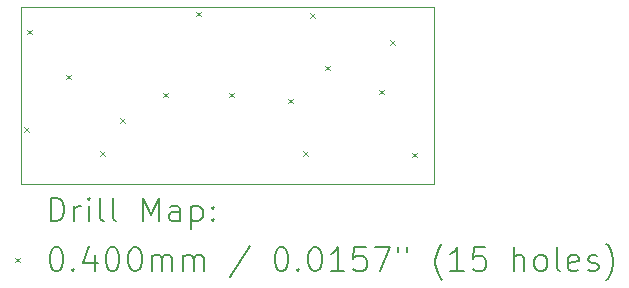
<source format=gbr>
%TF.GenerationSoftware,KiCad,Pcbnew,7.0.7*%
%TF.CreationDate,2023-08-25T11:05:27-04:00*%
%TF.ProjectId,CrystalFilter4thOrder,43727973-7461-46c4-9669-6c7465723474,rev?*%
%TF.SameCoordinates,PX7ed6b40PY4a62f80*%
%TF.FileFunction,Drillmap*%
%TF.FilePolarity,Positive*%
%FSLAX45Y45*%
G04 Gerber Fmt 4.5, Leading zero omitted, Abs format (unit mm)*
G04 Created by KiCad (PCBNEW 7.0.7) date 2023-08-25 11:05:27*
%MOMM*%
%LPD*%
G01*
G04 APERTURE LIST*
%ADD10C,0.100000*%
%ADD11C,0.200000*%
%ADD12C,0.040000*%
G04 APERTURE END LIST*
D10*
X0Y-1500000D02*
X0Y0D01*
X3500000Y0D02*
X3500000Y-1500000D01*
X0Y0D02*
X3500000Y0D01*
X3500000Y-1500000D02*
X0Y-1500000D01*
D11*
D12*
X27700Y-1019200D02*
X67700Y-1059200D01*
X67700Y-1019200D02*
X27700Y-1059200D01*
X53100Y-193700D02*
X93100Y-233700D01*
X93100Y-193700D02*
X53100Y-233700D01*
X383300Y-574700D02*
X423300Y-614700D01*
X423300Y-574700D02*
X383300Y-614700D01*
X675400Y-1222400D02*
X715400Y-1262400D01*
X715400Y-1222400D02*
X675400Y-1262400D01*
X840500Y-943000D02*
X880500Y-983000D01*
X880500Y-943000D02*
X840500Y-983000D01*
X1208800Y-727100D02*
X1248800Y-767100D01*
X1248800Y-727100D02*
X1208800Y-767100D01*
X1488200Y-41300D02*
X1528200Y-81300D01*
X1528200Y-41300D02*
X1488200Y-81300D01*
X1767600Y-727100D02*
X1807600Y-767100D01*
X1807600Y-727100D02*
X1767600Y-767100D01*
X2262900Y-777900D02*
X2302900Y-817900D01*
X2302900Y-777900D02*
X2262900Y-817900D01*
X2389900Y-1222400D02*
X2429900Y-1262400D01*
X2429900Y-1222400D02*
X2389900Y-1262400D01*
X2453400Y-54000D02*
X2493400Y-94000D01*
X2493400Y-54000D02*
X2453400Y-94000D01*
X2580400Y-498500D02*
X2620400Y-538500D01*
X2620400Y-498500D02*
X2580400Y-538500D01*
X3037600Y-701700D02*
X3077600Y-741700D01*
X3077600Y-701700D02*
X3037600Y-741700D01*
X3126500Y-282600D02*
X3166500Y-322600D01*
X3166500Y-282600D02*
X3126500Y-322600D01*
X3317000Y-1235100D02*
X3357000Y-1275100D01*
X3357000Y-1235100D02*
X3317000Y-1275100D01*
D11*
X255777Y-1816484D02*
X255777Y-1616484D01*
X255777Y-1616484D02*
X303396Y-1616484D01*
X303396Y-1616484D02*
X331967Y-1626008D01*
X331967Y-1626008D02*
X351015Y-1645055D01*
X351015Y-1645055D02*
X360539Y-1664103D01*
X360539Y-1664103D02*
X370062Y-1702198D01*
X370062Y-1702198D02*
X370062Y-1730769D01*
X370062Y-1730769D02*
X360539Y-1768865D01*
X360539Y-1768865D02*
X351015Y-1787912D01*
X351015Y-1787912D02*
X331967Y-1806960D01*
X331967Y-1806960D02*
X303396Y-1816484D01*
X303396Y-1816484D02*
X255777Y-1816484D01*
X455777Y-1816484D02*
X455777Y-1683150D01*
X455777Y-1721246D02*
X465301Y-1702198D01*
X465301Y-1702198D02*
X474824Y-1692674D01*
X474824Y-1692674D02*
X493872Y-1683150D01*
X493872Y-1683150D02*
X512920Y-1683150D01*
X579586Y-1816484D02*
X579586Y-1683150D01*
X579586Y-1616484D02*
X570063Y-1626008D01*
X570063Y-1626008D02*
X579586Y-1635531D01*
X579586Y-1635531D02*
X589110Y-1626008D01*
X589110Y-1626008D02*
X579586Y-1616484D01*
X579586Y-1616484D02*
X579586Y-1635531D01*
X703396Y-1816484D02*
X684348Y-1806960D01*
X684348Y-1806960D02*
X674824Y-1787912D01*
X674824Y-1787912D02*
X674824Y-1616484D01*
X808158Y-1816484D02*
X789110Y-1806960D01*
X789110Y-1806960D02*
X779586Y-1787912D01*
X779586Y-1787912D02*
X779586Y-1616484D01*
X1036729Y-1816484D02*
X1036729Y-1616484D01*
X1036729Y-1616484D02*
X1103396Y-1759341D01*
X1103396Y-1759341D02*
X1170063Y-1616484D01*
X1170063Y-1616484D02*
X1170063Y-1816484D01*
X1351015Y-1816484D02*
X1351015Y-1711722D01*
X1351015Y-1711722D02*
X1341491Y-1692674D01*
X1341491Y-1692674D02*
X1322444Y-1683150D01*
X1322444Y-1683150D02*
X1284348Y-1683150D01*
X1284348Y-1683150D02*
X1265301Y-1692674D01*
X1351015Y-1806960D02*
X1331967Y-1816484D01*
X1331967Y-1816484D02*
X1284348Y-1816484D01*
X1284348Y-1816484D02*
X1265301Y-1806960D01*
X1265301Y-1806960D02*
X1255777Y-1787912D01*
X1255777Y-1787912D02*
X1255777Y-1768865D01*
X1255777Y-1768865D02*
X1265301Y-1749817D01*
X1265301Y-1749817D02*
X1284348Y-1740293D01*
X1284348Y-1740293D02*
X1331967Y-1740293D01*
X1331967Y-1740293D02*
X1351015Y-1730769D01*
X1446253Y-1683150D02*
X1446253Y-1883150D01*
X1446253Y-1692674D02*
X1465301Y-1683150D01*
X1465301Y-1683150D02*
X1503396Y-1683150D01*
X1503396Y-1683150D02*
X1522443Y-1692674D01*
X1522443Y-1692674D02*
X1531967Y-1702198D01*
X1531967Y-1702198D02*
X1541491Y-1721246D01*
X1541491Y-1721246D02*
X1541491Y-1778388D01*
X1541491Y-1778388D02*
X1531967Y-1797436D01*
X1531967Y-1797436D02*
X1522443Y-1806960D01*
X1522443Y-1806960D02*
X1503396Y-1816484D01*
X1503396Y-1816484D02*
X1465301Y-1816484D01*
X1465301Y-1816484D02*
X1446253Y-1806960D01*
X1627205Y-1797436D02*
X1636729Y-1806960D01*
X1636729Y-1806960D02*
X1627205Y-1816484D01*
X1627205Y-1816484D02*
X1617682Y-1806960D01*
X1617682Y-1806960D02*
X1627205Y-1797436D01*
X1627205Y-1797436D02*
X1627205Y-1816484D01*
X1627205Y-1692674D02*
X1636729Y-1702198D01*
X1636729Y-1702198D02*
X1627205Y-1711722D01*
X1627205Y-1711722D02*
X1617682Y-1702198D01*
X1617682Y-1702198D02*
X1627205Y-1692674D01*
X1627205Y-1692674D02*
X1627205Y-1711722D01*
D12*
X-45000Y-2125000D02*
X-5000Y-2165000D01*
X-5000Y-2125000D02*
X-45000Y-2165000D01*
D11*
X293872Y-2036484D02*
X312920Y-2036484D01*
X312920Y-2036484D02*
X331967Y-2046008D01*
X331967Y-2046008D02*
X341491Y-2055531D01*
X341491Y-2055531D02*
X351015Y-2074579D01*
X351015Y-2074579D02*
X360539Y-2112674D01*
X360539Y-2112674D02*
X360539Y-2160293D01*
X360539Y-2160293D02*
X351015Y-2198389D01*
X351015Y-2198389D02*
X341491Y-2217436D01*
X341491Y-2217436D02*
X331967Y-2226960D01*
X331967Y-2226960D02*
X312920Y-2236484D01*
X312920Y-2236484D02*
X293872Y-2236484D01*
X293872Y-2236484D02*
X274824Y-2226960D01*
X274824Y-2226960D02*
X265301Y-2217436D01*
X265301Y-2217436D02*
X255777Y-2198389D01*
X255777Y-2198389D02*
X246253Y-2160293D01*
X246253Y-2160293D02*
X246253Y-2112674D01*
X246253Y-2112674D02*
X255777Y-2074579D01*
X255777Y-2074579D02*
X265301Y-2055531D01*
X265301Y-2055531D02*
X274824Y-2046008D01*
X274824Y-2046008D02*
X293872Y-2036484D01*
X446253Y-2217436D02*
X455777Y-2226960D01*
X455777Y-2226960D02*
X446253Y-2236484D01*
X446253Y-2236484D02*
X436729Y-2226960D01*
X436729Y-2226960D02*
X446253Y-2217436D01*
X446253Y-2217436D02*
X446253Y-2236484D01*
X627205Y-2103150D02*
X627205Y-2236484D01*
X579586Y-2026960D02*
X531967Y-2169817D01*
X531967Y-2169817D02*
X655777Y-2169817D01*
X770062Y-2036484D02*
X789110Y-2036484D01*
X789110Y-2036484D02*
X808158Y-2046008D01*
X808158Y-2046008D02*
X817682Y-2055531D01*
X817682Y-2055531D02*
X827205Y-2074579D01*
X827205Y-2074579D02*
X836729Y-2112674D01*
X836729Y-2112674D02*
X836729Y-2160293D01*
X836729Y-2160293D02*
X827205Y-2198389D01*
X827205Y-2198389D02*
X817682Y-2217436D01*
X817682Y-2217436D02*
X808158Y-2226960D01*
X808158Y-2226960D02*
X789110Y-2236484D01*
X789110Y-2236484D02*
X770062Y-2236484D01*
X770062Y-2236484D02*
X751015Y-2226960D01*
X751015Y-2226960D02*
X741491Y-2217436D01*
X741491Y-2217436D02*
X731967Y-2198389D01*
X731967Y-2198389D02*
X722443Y-2160293D01*
X722443Y-2160293D02*
X722443Y-2112674D01*
X722443Y-2112674D02*
X731967Y-2074579D01*
X731967Y-2074579D02*
X741491Y-2055531D01*
X741491Y-2055531D02*
X751015Y-2046008D01*
X751015Y-2046008D02*
X770062Y-2036484D01*
X960539Y-2036484D02*
X979586Y-2036484D01*
X979586Y-2036484D02*
X998634Y-2046008D01*
X998634Y-2046008D02*
X1008158Y-2055531D01*
X1008158Y-2055531D02*
X1017682Y-2074579D01*
X1017682Y-2074579D02*
X1027205Y-2112674D01*
X1027205Y-2112674D02*
X1027205Y-2160293D01*
X1027205Y-2160293D02*
X1017682Y-2198389D01*
X1017682Y-2198389D02*
X1008158Y-2217436D01*
X1008158Y-2217436D02*
X998634Y-2226960D01*
X998634Y-2226960D02*
X979586Y-2236484D01*
X979586Y-2236484D02*
X960539Y-2236484D01*
X960539Y-2236484D02*
X941491Y-2226960D01*
X941491Y-2226960D02*
X931967Y-2217436D01*
X931967Y-2217436D02*
X922443Y-2198389D01*
X922443Y-2198389D02*
X912920Y-2160293D01*
X912920Y-2160293D02*
X912920Y-2112674D01*
X912920Y-2112674D02*
X922443Y-2074579D01*
X922443Y-2074579D02*
X931967Y-2055531D01*
X931967Y-2055531D02*
X941491Y-2046008D01*
X941491Y-2046008D02*
X960539Y-2036484D01*
X1112920Y-2236484D02*
X1112920Y-2103150D01*
X1112920Y-2122198D02*
X1122444Y-2112674D01*
X1122444Y-2112674D02*
X1141491Y-2103150D01*
X1141491Y-2103150D02*
X1170063Y-2103150D01*
X1170063Y-2103150D02*
X1189110Y-2112674D01*
X1189110Y-2112674D02*
X1198634Y-2131722D01*
X1198634Y-2131722D02*
X1198634Y-2236484D01*
X1198634Y-2131722D02*
X1208158Y-2112674D01*
X1208158Y-2112674D02*
X1227205Y-2103150D01*
X1227205Y-2103150D02*
X1255777Y-2103150D01*
X1255777Y-2103150D02*
X1274825Y-2112674D01*
X1274825Y-2112674D02*
X1284348Y-2131722D01*
X1284348Y-2131722D02*
X1284348Y-2236484D01*
X1379586Y-2236484D02*
X1379586Y-2103150D01*
X1379586Y-2122198D02*
X1389110Y-2112674D01*
X1389110Y-2112674D02*
X1408158Y-2103150D01*
X1408158Y-2103150D02*
X1436729Y-2103150D01*
X1436729Y-2103150D02*
X1455777Y-2112674D01*
X1455777Y-2112674D02*
X1465301Y-2131722D01*
X1465301Y-2131722D02*
X1465301Y-2236484D01*
X1465301Y-2131722D02*
X1474824Y-2112674D01*
X1474824Y-2112674D02*
X1493872Y-2103150D01*
X1493872Y-2103150D02*
X1522443Y-2103150D01*
X1522443Y-2103150D02*
X1541491Y-2112674D01*
X1541491Y-2112674D02*
X1551015Y-2131722D01*
X1551015Y-2131722D02*
X1551015Y-2236484D01*
X1941491Y-2026960D02*
X1770063Y-2284103D01*
X2198634Y-2036484D02*
X2217682Y-2036484D01*
X2217682Y-2036484D02*
X2236729Y-2046008D01*
X2236729Y-2046008D02*
X2246253Y-2055531D01*
X2246253Y-2055531D02*
X2255777Y-2074579D01*
X2255777Y-2074579D02*
X2265301Y-2112674D01*
X2265301Y-2112674D02*
X2265301Y-2160293D01*
X2265301Y-2160293D02*
X2255777Y-2198389D01*
X2255777Y-2198389D02*
X2246253Y-2217436D01*
X2246253Y-2217436D02*
X2236729Y-2226960D01*
X2236729Y-2226960D02*
X2217682Y-2236484D01*
X2217682Y-2236484D02*
X2198634Y-2236484D01*
X2198634Y-2236484D02*
X2179587Y-2226960D01*
X2179587Y-2226960D02*
X2170063Y-2217436D01*
X2170063Y-2217436D02*
X2160539Y-2198389D01*
X2160539Y-2198389D02*
X2151015Y-2160293D01*
X2151015Y-2160293D02*
X2151015Y-2112674D01*
X2151015Y-2112674D02*
X2160539Y-2074579D01*
X2160539Y-2074579D02*
X2170063Y-2055531D01*
X2170063Y-2055531D02*
X2179587Y-2046008D01*
X2179587Y-2046008D02*
X2198634Y-2036484D01*
X2351015Y-2217436D02*
X2360539Y-2226960D01*
X2360539Y-2226960D02*
X2351015Y-2236484D01*
X2351015Y-2236484D02*
X2341491Y-2226960D01*
X2341491Y-2226960D02*
X2351015Y-2217436D01*
X2351015Y-2217436D02*
X2351015Y-2236484D01*
X2484348Y-2036484D02*
X2503396Y-2036484D01*
X2503396Y-2036484D02*
X2522444Y-2046008D01*
X2522444Y-2046008D02*
X2531968Y-2055531D01*
X2531968Y-2055531D02*
X2541491Y-2074579D01*
X2541491Y-2074579D02*
X2551015Y-2112674D01*
X2551015Y-2112674D02*
X2551015Y-2160293D01*
X2551015Y-2160293D02*
X2541491Y-2198389D01*
X2541491Y-2198389D02*
X2531968Y-2217436D01*
X2531968Y-2217436D02*
X2522444Y-2226960D01*
X2522444Y-2226960D02*
X2503396Y-2236484D01*
X2503396Y-2236484D02*
X2484348Y-2236484D01*
X2484348Y-2236484D02*
X2465301Y-2226960D01*
X2465301Y-2226960D02*
X2455777Y-2217436D01*
X2455777Y-2217436D02*
X2446253Y-2198389D01*
X2446253Y-2198389D02*
X2436729Y-2160293D01*
X2436729Y-2160293D02*
X2436729Y-2112674D01*
X2436729Y-2112674D02*
X2446253Y-2074579D01*
X2446253Y-2074579D02*
X2455777Y-2055531D01*
X2455777Y-2055531D02*
X2465301Y-2046008D01*
X2465301Y-2046008D02*
X2484348Y-2036484D01*
X2741491Y-2236484D02*
X2627206Y-2236484D01*
X2684348Y-2236484D02*
X2684348Y-2036484D01*
X2684348Y-2036484D02*
X2665301Y-2065055D01*
X2665301Y-2065055D02*
X2646253Y-2084103D01*
X2646253Y-2084103D02*
X2627206Y-2093627D01*
X2922444Y-2036484D02*
X2827206Y-2036484D01*
X2827206Y-2036484D02*
X2817682Y-2131722D01*
X2817682Y-2131722D02*
X2827206Y-2122198D01*
X2827206Y-2122198D02*
X2846253Y-2112674D01*
X2846253Y-2112674D02*
X2893872Y-2112674D01*
X2893872Y-2112674D02*
X2912920Y-2122198D01*
X2912920Y-2122198D02*
X2922444Y-2131722D01*
X2922444Y-2131722D02*
X2931967Y-2150770D01*
X2931967Y-2150770D02*
X2931967Y-2198389D01*
X2931967Y-2198389D02*
X2922444Y-2217436D01*
X2922444Y-2217436D02*
X2912920Y-2226960D01*
X2912920Y-2226960D02*
X2893872Y-2236484D01*
X2893872Y-2236484D02*
X2846253Y-2236484D01*
X2846253Y-2236484D02*
X2827206Y-2226960D01*
X2827206Y-2226960D02*
X2817682Y-2217436D01*
X2998634Y-2036484D02*
X3131967Y-2036484D01*
X3131967Y-2036484D02*
X3046253Y-2236484D01*
X3198634Y-2036484D02*
X3198634Y-2074579D01*
X3274825Y-2036484D02*
X3274825Y-2074579D01*
X3570063Y-2312674D02*
X3560539Y-2303150D01*
X3560539Y-2303150D02*
X3541491Y-2274579D01*
X3541491Y-2274579D02*
X3531968Y-2255531D01*
X3531968Y-2255531D02*
X3522444Y-2226960D01*
X3522444Y-2226960D02*
X3512920Y-2179341D01*
X3512920Y-2179341D02*
X3512920Y-2141246D01*
X3512920Y-2141246D02*
X3522444Y-2093627D01*
X3522444Y-2093627D02*
X3531968Y-2065055D01*
X3531968Y-2065055D02*
X3541491Y-2046008D01*
X3541491Y-2046008D02*
X3560539Y-2017436D01*
X3560539Y-2017436D02*
X3570063Y-2007912D01*
X3751015Y-2236484D02*
X3636729Y-2236484D01*
X3693872Y-2236484D02*
X3693872Y-2036484D01*
X3693872Y-2036484D02*
X3674825Y-2065055D01*
X3674825Y-2065055D02*
X3655777Y-2084103D01*
X3655777Y-2084103D02*
X3636729Y-2093627D01*
X3931968Y-2036484D02*
X3836729Y-2036484D01*
X3836729Y-2036484D02*
X3827206Y-2131722D01*
X3827206Y-2131722D02*
X3836729Y-2122198D01*
X3836729Y-2122198D02*
X3855777Y-2112674D01*
X3855777Y-2112674D02*
X3903396Y-2112674D01*
X3903396Y-2112674D02*
X3922444Y-2122198D01*
X3922444Y-2122198D02*
X3931968Y-2131722D01*
X3931968Y-2131722D02*
X3941491Y-2150770D01*
X3941491Y-2150770D02*
X3941491Y-2198389D01*
X3941491Y-2198389D02*
X3931968Y-2217436D01*
X3931968Y-2217436D02*
X3922444Y-2226960D01*
X3922444Y-2226960D02*
X3903396Y-2236484D01*
X3903396Y-2236484D02*
X3855777Y-2236484D01*
X3855777Y-2236484D02*
X3836729Y-2226960D01*
X3836729Y-2226960D02*
X3827206Y-2217436D01*
X4179587Y-2236484D02*
X4179587Y-2036484D01*
X4265301Y-2236484D02*
X4265301Y-2131722D01*
X4265301Y-2131722D02*
X4255777Y-2112674D01*
X4255777Y-2112674D02*
X4236730Y-2103150D01*
X4236730Y-2103150D02*
X4208158Y-2103150D01*
X4208158Y-2103150D02*
X4189110Y-2112674D01*
X4189110Y-2112674D02*
X4179587Y-2122198D01*
X4389111Y-2236484D02*
X4370063Y-2226960D01*
X4370063Y-2226960D02*
X4360539Y-2217436D01*
X4360539Y-2217436D02*
X4351015Y-2198389D01*
X4351015Y-2198389D02*
X4351015Y-2141246D01*
X4351015Y-2141246D02*
X4360539Y-2122198D01*
X4360539Y-2122198D02*
X4370063Y-2112674D01*
X4370063Y-2112674D02*
X4389111Y-2103150D01*
X4389111Y-2103150D02*
X4417682Y-2103150D01*
X4417682Y-2103150D02*
X4436730Y-2112674D01*
X4436730Y-2112674D02*
X4446253Y-2122198D01*
X4446253Y-2122198D02*
X4455777Y-2141246D01*
X4455777Y-2141246D02*
X4455777Y-2198389D01*
X4455777Y-2198389D02*
X4446253Y-2217436D01*
X4446253Y-2217436D02*
X4436730Y-2226960D01*
X4436730Y-2226960D02*
X4417682Y-2236484D01*
X4417682Y-2236484D02*
X4389111Y-2236484D01*
X4570063Y-2236484D02*
X4551015Y-2226960D01*
X4551015Y-2226960D02*
X4541492Y-2207912D01*
X4541492Y-2207912D02*
X4541492Y-2036484D01*
X4722444Y-2226960D02*
X4703396Y-2236484D01*
X4703396Y-2236484D02*
X4665301Y-2236484D01*
X4665301Y-2236484D02*
X4646253Y-2226960D01*
X4646253Y-2226960D02*
X4636730Y-2207912D01*
X4636730Y-2207912D02*
X4636730Y-2131722D01*
X4636730Y-2131722D02*
X4646253Y-2112674D01*
X4646253Y-2112674D02*
X4665301Y-2103150D01*
X4665301Y-2103150D02*
X4703396Y-2103150D01*
X4703396Y-2103150D02*
X4722444Y-2112674D01*
X4722444Y-2112674D02*
X4731968Y-2131722D01*
X4731968Y-2131722D02*
X4731968Y-2150770D01*
X4731968Y-2150770D02*
X4636730Y-2169817D01*
X4808158Y-2226960D02*
X4827206Y-2236484D01*
X4827206Y-2236484D02*
X4865301Y-2236484D01*
X4865301Y-2236484D02*
X4884349Y-2226960D01*
X4884349Y-2226960D02*
X4893873Y-2207912D01*
X4893873Y-2207912D02*
X4893873Y-2198389D01*
X4893873Y-2198389D02*
X4884349Y-2179341D01*
X4884349Y-2179341D02*
X4865301Y-2169817D01*
X4865301Y-2169817D02*
X4836730Y-2169817D01*
X4836730Y-2169817D02*
X4817682Y-2160293D01*
X4817682Y-2160293D02*
X4808158Y-2141246D01*
X4808158Y-2141246D02*
X4808158Y-2131722D01*
X4808158Y-2131722D02*
X4817682Y-2112674D01*
X4817682Y-2112674D02*
X4836730Y-2103150D01*
X4836730Y-2103150D02*
X4865301Y-2103150D01*
X4865301Y-2103150D02*
X4884349Y-2112674D01*
X4960539Y-2312674D02*
X4970063Y-2303150D01*
X4970063Y-2303150D02*
X4989111Y-2274579D01*
X4989111Y-2274579D02*
X4998634Y-2255531D01*
X4998634Y-2255531D02*
X5008158Y-2226960D01*
X5008158Y-2226960D02*
X5017682Y-2179341D01*
X5017682Y-2179341D02*
X5017682Y-2141246D01*
X5017682Y-2141246D02*
X5008158Y-2093627D01*
X5008158Y-2093627D02*
X4998634Y-2065055D01*
X4998634Y-2065055D02*
X4989111Y-2046008D01*
X4989111Y-2046008D02*
X4970063Y-2017436D01*
X4970063Y-2017436D02*
X4960539Y-2007912D01*
M02*

</source>
